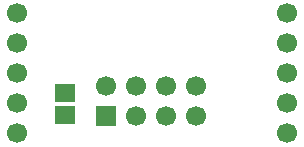
<source format=gbr>
G04 DipTrace 3.1.0.1*
G04 TopMask.gbr*
%MOIN*%
G04 #@! TF.FileFunction,Soldermask,Top*
G04 #@! TF.Part,Single*
%ADD20R,0.066929X0.059055*%
%ADD22C,0.066929*%
%ADD24R,0.066929X0.066929*%
%FSLAX26Y26*%
G04*
G70*
G90*
G75*
G01*
G04 TopMask*
%LPD*%
D24*
X735827Y500787D3*
D22*
Y600787D3*
X835827Y500787D3*
Y600787D3*
X935827Y500787D3*
Y600787D3*
X1035827Y500787D3*
Y600787D3*
X1339764Y441255D3*
Y541255D3*
Y641255D3*
Y741255D3*
Y841255D3*
X439764Y441339D3*
Y541339D3*
Y641339D3*
Y741339D3*
Y841339D3*
D20*
X600000Y576378D3*
Y501575D3*
M02*

</source>
